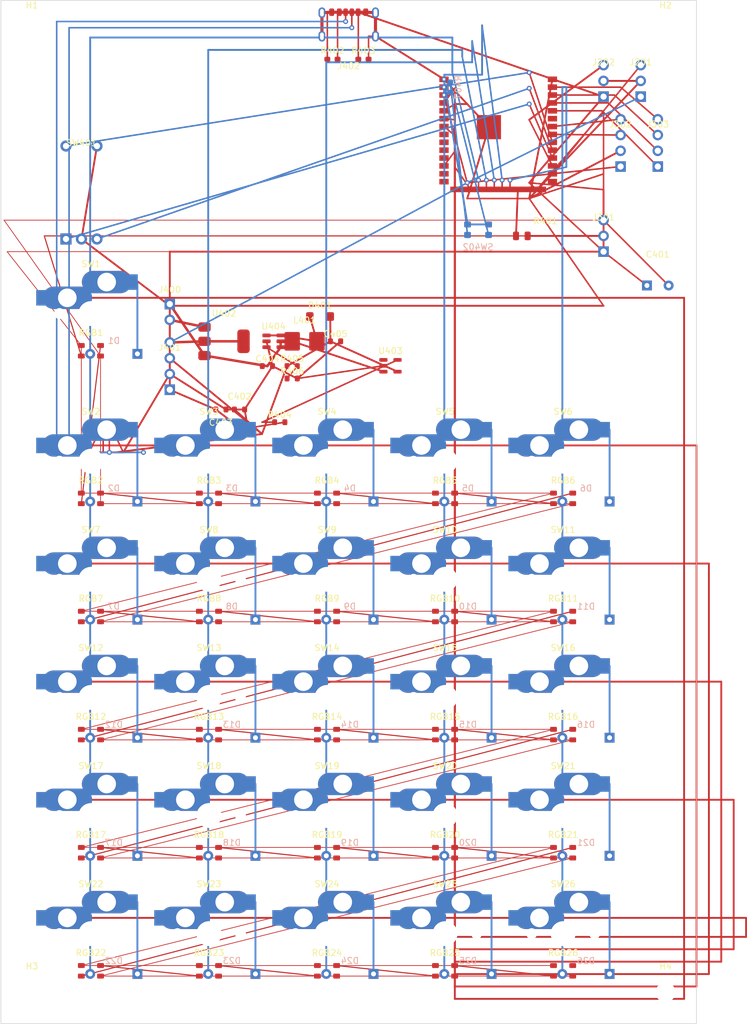
<source format=kicad_pcb>
(kicad_pcb (version 20241229) (generator "pcbnew") (generator_version "9.0")
  (layers (0 "F.Cu" signal) (2 "B.Cu" signal) (13 "F.Paste" user) (15 "B.Paste" user) (5 "F.SilkS" user "F.Silkscreen") (7 "B.SilkS" user "B.Silkscreen") (1 "F.Mask" user) (3 "B.Mask" user) (25 "Edge.Cuts" user))
  (net 0 "")
  (net 1 "ROW0")
  (net 2 "ROW1")
  (net 3 "ROW2")
  (net 4 "ROW3")
  (net 5 "ROW4")
  (net 6 "ROW5")
  (net 7 "COL0")
  (net 8 "COL1")
  (net 9 "COL2")
  (net 10 "COL3")
  (net 11 "COL4")
  (net 12 "RGB_DATA")
  (net 13 "LED_DIN")
  (net 14 "IR_TX")
  (net 15 "IR_RX")
  (net 16 "LCD_MOSI")
  (net 17 "LCD_SCLK")
  (net 18 "ENC_A")
  (net 19 "ENC_B")
  (net 20 "ENC_SW")
  (net 21 "3V3")
  (net 22 "5V")
  (net 23 "GND")
  (net 24 "K1")
  (net 25 "K2")
  (net 26 "K3")
  (net 27 "K4")
  (net 28 "K5")
  (net 29 "K6")
  (net 30 "K7")
  (net 31 "K8")
  (net 32 "K9")
  (net 33 "K10")
  (net 34 "K11")
  (net 35 "K12")
  (net 36 "K13")
  (net 37 "K14")
  (net 38 "K15")
  (net 39 "K16")
  (net 40 "K17")
  (net 41 "K18")
  (net 42 "K19")
  (net 43 "K20")
  (net 44 "K21")
  (net 45 "K22")
  (net 46 "K23")
  (net 47 "K24")
  (net 48 "K25")
  (net 49 "K26")
  (net 50 "BAT+")
  (net 51 "USB_CC1")
  (net 52 "USB_CC2")
  (net 53 "CHG_PROG")
  (net 54 "BOOST_SW")
  (net 55 "BOOST_FB")
  (net 56 "EN")
  (net 57 "HALL_OUT")
  (net 58 "RGB1_DOUT")
  (net 59 "RGB2_DOUT")
  (net 60 "RGB3_DOUT")
  (net 61 "RGB4_DOUT")
  (net 62 "RGB5_DOUT")
  (net 63 "RGB6_DOUT")
  (net 64 "RGB7_DOUT")
  (net 65 "RGB8_DOUT")
  (net 66 "RGB9_DOUT")
  (net 67 "RGB10_DOUT")
  (net 68 "RGB11_DOUT")
  (net 69 "RGB12_DOUT")
  (net 70 "RGB13_DOUT")
  (net 71 "RGB14_DOUT")
  (net 72 "RGB15_DOUT")
  (net 73 "RGB16_DOUT")
  (net 74 "RGB17_DOUT")
  (net 75 "RGB18_DOUT")
  (net 76 "RGB19_DOUT")
  (net 77 "RGB20_DOUT")
  (net 78 "RGB21_DOUT")
  (net 79 "RGB22_DOUT")
  (net 80 "RGB23_DOUT")
  (net 81 "RGB24_DOUT")
  (net 82 "RGB25_DOUT")
  (net 83 "RGB26_DOUT")
  (net 84 "LCD_CS")
  (net 85 "LCD_DC")
  (net 86 "LCD_RST")
  (net 87 "LCD_BL")
  (footprint "RGB_PLACEHOLDER_3535" (layer "F.Cu") (at 9.525 15.525)
    (property "Reference" "RGB1")
    (property "Value" "SK6812MINI")
  )
  (footprint "GEN_PinHeader_1x3_P2.54" (layer "F.Cu") (at 92.25 -28)
    (property "Reference" "J202")
    (property "Value" "IR333-A_C264290")
  )
  (footprint "Kailh_Hotswap_MX_1U_Custom" (layer "F.Cu") (at 85.725 109.538)
    (property "Reference" "SW26")
    (property "Value" "SW_Push")
  )
  (footprint "Kailh_Hotswap_MX_1U_Custom" (layer "F.Cu") (at 47.625 71.438)
    (property "Reference" "SW14")
    (property "Value" "SW_Push")
  )
  (footprint "GEN_CP_Radial_D8_P3.5" (layer "F.Cu") (at 99.25 5)
    (property "Reference" "C401")
    (property "Value" "470uF")
  )
  (footprint "RGB_PLACEHOLDER_3535" (layer "F.Cu") (at 9.525 39.337)
    (property "Reference" "RGB2")
    (property "Value" "SK6812MINI")
  )
  (footprint "RGB_PLACEHOLDER_3535" (layer "F.Cu") (at 85.725 115.538)
    (property "Reference" "RGB26")
    (property "Value" "SK6812MINI")
  )
  (footprint "GEN_MountingHole_3.2mm_M3" (layer "F.Cu") (at 102.25 119)
    (property "Reference" "H4")
    (property "Value" "MountingHole")
  )
  (footprint "RGB_PLACEHOLDER_3535" (layer "F.Cu") (at 9.525 58.388)
    (property "Reference" "RGB7")
    (property "Value" "SK6812MINI")
  )
  (footprint "RGB_PLACEHOLDER_3535" (layer "F.Cu") (at 9.525 115.538)
    (property "Reference" "RGB22")
    (property "Value" "SK6812MINI")
  )
  (footprint "C_0603_1608Metric_LOCAL" (layer "F.Cu") (at 33.5 25)
    (property "Reference" "C402")
    (property "Value" "1uF")
  )
  (footprint "Kailh_Hotswap_MX_1U_Custom" (layer "F.Cu") (at 66.675 52.388)
    (property "Reference" "SW10")
    (property "Value" "SW_Push")
  )
  (footprint "Kailh_Hotswap_MX_1U_Custom" (layer "F.Cu") (at 28.575 109.538)
    (property "Reference" "SW23")
    (property "Value" "SW_Push")
  )
  (footprint "RGB_PLACEHOLDER_3535" (layer "F.Cu") (at 85.725 96.487)
    (property "Reference" "RGB21")
    (property "Value" "SK6812MINI")
  )
  (footprint "RGB_PLACEHOLDER_3535" (layer "F.Cu") (at 66.675 77.438)
    (property "Reference" "RGB15")
    (property "Value" "SK6812MINI")
  )
  (footprint "SOT-23-5_LOCAL" (layer "F.Cu") (at 57.8625 17.95)
    (property "Reference" "U403")
    (property "Value" "MCP73831")
  )
  (footprint "Kailh_Hotswap_MX_1U_Custom" (layer "F.Cu") (at 85.725 90.487)
    (property "Reference" "SW21")
    (property "Value" "SW_Push")
  )
  (footprint "GEN_PinHeader_1x4_P2.54" (layer "F.Cu") (at 101 -18)
    (property "Reference" "J303")
    (property "Value" "LCD_SPI_CTRL")
  )
  (footprint "C_0603_1608Metric_LOCAL" (layer "F.Cu") (at 38 18)
    (property "Reference" "C404")
    (property "Value" "10uF")
  )
  (footprint "Kailh_Hotswap_MX_1U_Custom" (layer "F.Cu") (at 85.725 71.438)
    (property "Reference" "SW16")
    (property "Value" "SW_Push")
  )
  (footprint "RGB_PLACEHOLDER_3535" (layer "F.Cu") (at 28.575 115.538)
    (property "Reference" "RGB23")
    (property "Value" "SK6812MINI")
  )
  (footprint "GEN_PinHeader_1x3_P2.54" (layer "F.Cu") (at 92.25 -3)
    (property "Reference" "J301")
    (property "Value" "LED_CHAIN")
  )
  (footprint "RGB_PLACEHOLDER_3535" (layer "F.Cu") (at 85.725 77.438)
    (property "Reference" "RGB16")
    (property "Value" "SK6812MINI")
  )
  (footprint "R_0603_1608Metric_LOCAL" (layer "F.Cu") (at 40 27.05)
    (property "Reference" "R404")
    (property "Value" "2k")
  )
  (footprint "RGB_PLACEHOLDER_3535" (layer "F.Cu") (at 28.575 58.388)
    (property "Reference" "RGB8")
    (property "Value" "SK6812MINI")
  )
  (footprint "GEN_MountingHole_3.2mm_M3" (layer "F.Cu") (at 102.25 -36)
    (property "Reference" "H2")
    (property "Value" "MountingHole")
  )
  (footprint "SOT-23-6_LOCAL" (layer "F.Cu") (at 39 14)
    (property "Reference" "U404")
    (property "Value" "MT3608")
  )
  (footprint "Kailh_Hotswap_MX_1U_Custom" (layer "F.Cu") (at 85.725 52.388)
    (property "Reference" "SW11")
    (property "Value" "SW_Push")
  )
  (footprint "GEN_PinHeader_1x2_P2.54" (layer "F.Cu") (at 22.25 8)
    (property "Reference" "J400")
    (property "Value" "BATTERY_LIPO")
  )
  (footprint "RGB_PLACEHOLDER_3535" (layer "F.Cu") (at 47.625 77.438)
    (property "Reference" "RGB14")
    (property "Value" "SK6812MINI")
  )
  (footprint "C_0603_1608Metric_LOCAL" (layer "F.Cu") (at 49 14)
    (property "Reference" "C405")
    (property "Value" "10uF")
  )
  (footprint "Kailh_Hotswap_MX_1U_Custom" (layer "F.Cu") (at 66.675 33.337)
    (property "Reference" "SW5")
    (property "Value" "SW_Push")
  )
  (footprint "Kailh_Hotswap_MX_1U_Custom" (layer "F.Cu") (at 47.625 109.538)
    (property "Reference" "SW24")
    (property "Value" "SW_Push")
  )
  (footprint "L_Boost_5x5_LOCAL" (layer "F.Cu") (at 44 14)
    (property "Reference" "L401")
    (property "Value" "4.7uH")
  )
  (footprint "RGB_PLACEHOLDER_3535" (layer "F.Cu") (at 47.625 58.388)
    (property "Reference" "RGB9")
    (property "Value" "SK6812MINI")
  )
  (footprint "R_0805_2012Metric_LOCAL" (layer "F.Cu") (at 79.06 -3)
    (property "Reference" "R401")
    (property "Value" "330R")
  )
  (footprint "RGB_PLACEHOLDER_3535" (layer "F.Cu") (at 28.575 96.487)
    (property "Reference" "RGB18")
    (property "Value" "SK6812MINI")
  )
  (footprint "RGB_PLACEHOLDER_3535" (layer "F.Cu") (at 85.725 39.337)
    (property "Reference" "RGB6")
    (property "Value" "SK6812MINI")
  )
  (footprint "R_0603_1608Metric_LOCAL" (layer "F.Cu") (at 53.5 -31.5 0)
    (property "Reference" "R403")
    (property "Value" "5.1k")
  )
  (footprint "C_0603_1608Metric_LOCAL" (layer "F.Cu") (at 30.5 25)
    (property "Reference" "C403")
    (property "Value" "4.7uF")
  )
  (footprint "RGB_PLACEHOLDER_3535" (layer "F.Cu") (at 28.575 77.438)
    (property "Reference" "RGB13")
    (property "Value" "SK6812MINI")
  )
  (footprint "RGB_PLACEHOLDER_3535" (layer "F.Cu") (at 85.725 58.388)
    (property "Reference" "RGB11")
    (property "Value" "SK6812MINI")
  )
  (footprint "Kailh_Hotswap_MX_1U_Custom" (layer "F.Cu") (at 47.625 90.487)
    (property "Reference" "SW19")
    (property "Value" "SW_Push")
  )
  (footprint "Kailh_Hotswap_MX_1U_Custom" (layer "F.Cu") (at 66.675 109.538)
    (property "Reference" "SW25")
    (property "Value" "SW_Push")
  )
  (footprint "Kailh_Hotswap_MX_1U_Custom" (layer "F.Cu") (at 9.525 52.388)
    (property "Reference" "SW7")
    (property "Value" "SW_Push")
  )
  (footprint "GEN_MountingHole_3.2mm_M3" (layer "F.Cu") (at 0 119)
    (property "Reference" "H3")
    (property "Value" "MountingHole")
  )
  (footprint "RGB_PLACEHOLDER_3535" (layer "F.Cu") (at 66.675 115.538)
    (property "Reference" "RGB25")
    (property "Value" "SK6812MINI")
  )
  (footprint "R_0603_1608Metric_LOCAL" (layer "F.Cu") (at 42 20)
    (property "Reference" "R406")
    (property "Value" "22k")
  )
  (footprint "Kailh_Hotswap_MX_1U_Custom" (layer "F.Cu") (at 9.525 109.538)
    (property "Reference" "SW22")
    (property "Value" "SW_Push")
  )
  (footprint "Kailh_Hotswap_MX_1U_Custom" (layer "F.Cu") (at 9.525 9.525)
    (property "Reference" "SW1")
    (property "Value" "SW_Push")
  )
  (footprint "GEN_MountingHole_3.2mm_M3" (layer "F.Cu") (at 0 -36)
    (property "Reference" "H1")
    (property "Value" "MountingHole")
  )
  (footprint "Kailh_Hotswap_MX_1U_Custom" (layer "F.Cu") (at 66.675 71.438)
    (property "Reference" "SW15")
    (property "Value" "SW_Push")
  )
  (footprint "USB_C_Receptacle_GCT_USB4125_6P_LOCAL" (layer "F.Cu") (at 51.125 -36)
    (property "Reference" "J402")
    (property "Value" "USB_C_CHG_IN")
  )
  (footprint "GEN_PinHeader_1x4_P2.54" (layer "F.Cu") (at 95 -18)
    (property "Reference" "J302")
    (property "Value" "LCD_SPI_PWRDATA")
  )
  (footprint "Kailh_Hotswap_MX_1U_Custom" (layer "F.Cu") (at 28.575 33.337)
    (property "Reference" "SW3")
    (property "Value" "SW_Push")
  )
  (footprint "Kailh_Hotswap_MX_1U_Custom" (layer "F.Cu") (at 9.525 90.487)
    (property "Reference" "SW17")
    (property "Value" "SW_Push")
  )
  (footprint "RGB_PLACEHOLDER_3535" (layer "F.Cu") (at 28.575 39.337)
    (property "Reference" "RGB3")
    (property "Value" "SK6812MINI")
  )
  (footprint "RGB_PLACEHOLDER_3535" (layer "F.Cu") (at 47.625 39.337)
    (property "Reference" "RGB4")
    (property "Value" "SK6812MINI")
  )
  (footprint "RGB_PLACEHOLDER_3535" (layer "F.Cu") (at 66.675 39.337)
    (property "Reference" "RGB5")
    (property "Value" "SK6812MINI")
  )
  (footprint "GEN_PinHeader_1x3_P2.54" (layer "F.Cu") (at 98.25 -28)
    (property "Reference" "J201")
    (property "Value" "TSOP4838_C124647")
  )
  (footprint "Kailh_Hotswap_MX_1U_Custom" (layer "F.Cu") (at 28.575 90.487)
    (property "Reference" "SW18")
    (property "Value" "SW_Push")
  )
  (footprint "D_SOD123_LOCAL" (layer "F.Cu") (at 46.5 10)
    (property "Reference" "D401")
    (property "Value" "SS14")
  )
  (footprint "SOT-223-3_TabPin2_LOCAL" (layer "F.Cu") (at 31 14)
    (property "Reference" "U402")
    (property "Value" "AMS1117-3.3")
  )
  (footprint "Kailh_Hotswap_MX_1U_Custom" (layer "F.Cu") (at 47.625 52.388)
    (property "Reference" "SW9")
    (property "Value" "SW_Push")
  )
  (footprint "Kailh_Hotswap_MX_1U_Custom" (layer "F.Cu") (at 28.575 52.388)
    (property "Reference" "SW8")
    (property "Value" "SW_Push")
  )
  (footprint "R_0603_1608Metric_LOCAL" (layer "F.Cu") (at 42 18)
    (property "Reference" "R405")
    (property "Value" "100k")
  )
  (footprint "Kailh_Hotswap_MX_1U_Custom" (layer "F.Cu") (at 28.575 71.438)
    (property "Reference" "SW13")
    (property "Value" "SW_Push")
  )
  (footprint "Kailh_Hotswap_MX_1U_Custom" (layer "F.Cu") (at 85.725 33.337)
    (property "Reference" "SW6")
    (property "Value" "SW_Push")
  )
  (footprint "RGB_PLACEHOLDER_3535" (layer "F.Cu") (at 9.525 96.487)
    (property "Reference" "RGB17")
    (property "Value" "SK6812MINI")
  )
  (footprint "RGB_PLACEHOLDER_3535" (layer "F.Cu") (at 47.625 115.538)
    (property "Reference" "RGB24")
    (property "Value" "SK6812MINI")
  )
  (footprint "GEN_PinHeader_1x4_P2.54" (layer "F.Cu") (at 22.25 18)
    (property "Reference" "J401")
    (property "Value" "BAT_CHG_BOOST")
  )
  (footprint "RGB_PLACEHOLDER_3535" (layer "F.Cu") (at 9.525 77.438)
    (property "Reference" "RGB12")
    (property "Value" "SK6812MINI")
  )
  (footprint "RGB_PLACEHOLDER_3535" (layer "F.Cu") (at 66.675 58.388)
    (property "Reference" "RGB10")
    (property "Value" "SK6812MINI")
  )
  (footprint "RGB_PLACEHOLDER_3535" (layer "F.Cu") (at 47.625 96.487)
    (property "Reference" "RGB19")
    (property "Value" "SK6812MINI")
  )
  (footprint "Kailh_Hotswap_MX_1U_Custom" (layer "F.Cu") (at 47.625 33.337)
    (property "Reference" "SW4")
    (property "Value" "SW_Push")
  )
  (footprint "Kailh_Hotswap_MX_1U_Custom" (layer "F.Cu") (at 9.525 71.438)
    (property "Reference" "SW12")
    (property "Value" "SW_Push")
  )
  (footprint "RGB_PLACEHOLDER_3535" (layer "F.Cu") (at 66.675 96.487)
    (property "Reference" "RGB20")
    (property "Value" "SK6812MINI")
  )
  (footprint "GEN_RotaryEncoder_EC11_Switch" (layer "F.Cu") (at 8 -10)
    (property "Reference" "SW401")
    (property "Value" "RotaryEncoder_Switch")
  )
  (footprint "Kailh_Hotswap_MX_1U_Custom" (layer "F.Cu") (at 66.675 90.487)
    (property "Reference" "SW20")
    (property "Value" "SW_Push")
  )
  (footprint "ESP32-S3-WROOM-1_LOCAL" (layer "F.Cu") (at 75.25 -23)
    (property "Reference" "U901")
    (property "Value" "ESP32-S3-WROOM-1-N8R8")
  )
  (footprint "R_0603_1608Metric_LOCAL" (layer "F.Cu") (at 48.5 -31.5 0)
    (property "Reference" "R402")
    (property "Value" "5.1k")
  )
  (footprint "Kailh_Hotswap_MX_1U_Custom" (layer "F.Cu") (at 9.525 33.337)
    (property "Reference" "SW2")
    (property "Value" "SW_Push")
  )
  (footprint "D_DO35_Custom" (layer "B.Cu") (at 36.075 77.938 180)
    (property "Reference" "D13")
    (property "Value" "D")
  )
  (footprint "D_DO35_Custom" (layer "B.Cu") (at 55.125 77.938 180)
    (property "Reference" "D14")
    (property "Value" "D")
  )
  (footprint "D_DO35_Custom" (layer "B.Cu") (at 93.225 77.938 180)
    (property "Reference" "D16")
    (property "Value" "D")
  )
  (footprint "D_DO35_Custom" (layer "B.Cu") (at 55.125 58.888 180)
    (property "Reference" "D9")
    (property "Value" "D")
  )
  (footprint "D_DO35_Custom" (layer "B.Cu") (at 17.025 16.025 180)
    (property "Reference" "D1")
    (property "Value" "D")
  )
  (footprint "D_DO35_Custom" (layer "B.Cu") (at 74.175 58.888 180)
    (property "Reference" "D10")
    (property "Value" "D")
  )
  (footprint "D_DO35_Custom" (layer "B.Cu") (at 74.175 39.837 180)
    (property "Reference" "D5")
    (property "Value" "D")
  )
  (footprint "SW_TACT_3x6_4P_LOCAL" (layer "B.Cu") (at 72 -4)
    (property "Reference" "SW402")
    (property "Value" "SW_Push")
  )
  (footprint "D_DO35_Custom" (layer "B.Cu") (at 55.125 39.837 180)
    (property "Reference" "D4")
    (property "Value" "D")
  )
  (footprint "D_DO35_Custom" (layer "B.Cu") (at 93.225 39.837 180)
    (property "Reference" "D6")
    (property "Value" "D")
  )
  (footprint "D_DO35_Custom" (layer "B.Cu") (at 17.025 39.837 180)
    (property "Reference" "D2")
    (property "Value" "D")
  )
  (footprint "D_DO35_Custom" (layer "B.Cu") (at 36.075 116.038 180)
    (property "Reference" "D23")
    (property "Value" "D")
  )
  (footprint "D_DO35_Custom" (layer "B.Cu") (at 36.075 39.837 180)
    (property "Reference" "D3")
    (property "Value" "D")
  )
  (footprint "D_DO35_Custom" (layer "B.Cu") (at 55.125 96.987 180)
    (property "Reference" "D19")
    (property "Value" "D")
  )
  (footprint "D_DO35_Custom" (layer "B.Cu") (at 55.125 116.038 180)
    (property "Reference" "D24")
    (property "Value" "D")
  )
  (footprint "D_DO35_Custom" (layer "B.Cu") (at 74.175 77.938 180)
    (property "Reference" "D15")
    (property "Value" "D")
  )
  (footprint "R_0603_1608Metric_LOCAL" (layer "B.Cu") (at 67.5 -27 90)
    (property "Reference" "R407")
    (property "Value" "10k")
  )
  (footprint "D_DO35_Custom" (layer "B.Cu") (at 74.175 116.038 180)
    (property "Reference" "D25")
    (property "Value" "D")
  )
  (footprint "D_DO35_Custom" (layer "B.Cu") (at 36.075 96.987 180)
    (property "Reference" "D18")
    (property "Value" "D")
  )
  (footprint "D_DO35_Custom" (layer "B.Cu") (at 17.025 77.938 180)
    (property "Reference" "D12")
    (property "Value" "D")
  )
  (footprint "D_DO35_Custom" (layer "B.Cu") (at 36.075 58.888 180)
    (property "Reference" "D8")
    (property "Value" "D")
  )
  (footprint "D_DO35_Custom" (layer "B.Cu") (at 93.225 96.987 180)
    (property "Reference" "D21")
    (property "Value" "D")
  )
  (footprint "D_DO35_Custom" (layer "B.Cu") (at 93.225 116.038 180)
    (property "Reference" "D26")
    (property "Value" "D")
  )
  (footprint "D_DO35_Custom" (layer "B.Cu") (at 93.225 58.888 180)
    (property "Reference" "D11")
    (property "Value" "D")
  )
  (footprint "D_DO35_Custom" (layer "B.Cu") (at 17.025 58.888 180)
    (property "Reference" "D7")
    (property "Value" "D")
  )
  (footprint "D_DO35_Custom" (layer "B.Cu") (at 17.025 116.038 180)
    (property "Reference" "D22")
    (property "Value" "D")
  )
  (footprint "D_DO35_Custom" (layer "B.Cu") (at 17.025 96.987 180)
    (property "Reference" "D17")
    (property "Value" "D")
  )
  (footprint "D_DO35_Custom" (layer "B.Cu") (at 74.175 96.987 180)
    (property "Reference" "D20")
    (property "Value" "D")
  )
  (gr_rect (start -5 -41) (end 107.25 124.063) (stroke (width 0.1)) (fill no) (layer "Edge.Cuts"))
  (segment (start 105.25 6.985) (end 105.25 120.063) (width 0.3) (layer "F.Cu") (net 1))
  (segment (start 66.5 -24.45) (end 68.25 -26.81) (width 0.25) (layer "F.Cu") (net 1))
  (segment (start 105.25 120.063) (end 68.25 120.063) (width 0.3) (layer "F.Cu") (net 1))
  (segment (start 68.25 120.063) (end 68.25 -26.81) (width 0.3) (layer "F.Cu") (net 1))
  (segment (start 5.715 6.985) (end 105.25 6.985) (width 0.3) (layer "F.Cu") (net 1))
  (segment (start 5.715 30.797) (end 24.765 30.797) (width 0.3) (layer "F.Cu") (net 2))
  (segment (start 81.915 30.797) (end 107.25 30.797) (width 0.3) (layer "F.Cu") (net 2))
  (segment (start 66.5 -23.18) (end 68.25 -24.27) (width 0.25) (layer "F.Cu") (net 2))
  (segment (start 24.765 30.797) (end 43.815 30.797) (width 0.3) (layer "F.Cu") (net 2))
  (segment (start 68.25 118.063) (end 68.25 -24.27) (width 0.3) (layer "F.Cu") (net 2))
  (segment (start 107.25 30.797) (end 107.25 118.063) (width 0.3) (layer "F.Cu") (net 2))
  (segment (start 107.25 118.063) (end 68.25 118.063) (width 0.3) (layer "F.Cu") (net 2))
  (segment (start 62.865 30.797) (end 81.915 30.797) (width 0.3) (layer "F.Cu") (net 2))
  (segment (start 43.815 30.797) (end 62.865 30.797) (width 0.3) (layer "F.Cu") (net 2))
  (segment (start 68.25 -24.27) (end 70.25 -24.27) (width 0.3) (layer "F.Cu") (net 2))
  (segment (start 62.865 49.848) (end 81.915 49.848) (width 0.3) (layer "F.Cu") (net 3))
  (segment (start 109.25 116.063) (end 68.25 116.063) (width 0.3) (layer "F.Cu") (net 3))
  (segment (start 66.5 -21.91) (end 68.25 -21.73) (width 0.25) (layer "F.Cu") (net 3))
  (segment (start 81.915 49.848) (end 109.25 49.848) (width 0.3) (layer "F.Cu") (net 3))
  (segment (start 68.25 116.063) (end 68.25 -21.73) (width 0.3) (layer "F.Cu") (net 3))
  (segment (start 24.765 49.848) (end 43.815 49.848) (width 0.3) (layer "F.Cu") (net 3))
  (segment (start 109.25 49.848) (end 109.25 116.063) (width 0.3) (layer "F.Cu") (net 3))
  (segment (start 5.715 49.848) (end 24.765 49.848) (width 0.3) (layer "F.Cu") (net 3))
  (segment (start 43.815 49.848) (end 62.865 49.848) (width 0.3) (layer "F.Cu") (net 3))
  (segment (start 66.5 -20.64) (end 68.25 -19.19) (width 0.25) (layer "F.Cu") (net 4))
  (segment (start 111.25 114.063) (end 68.25 114.063) (width 0.3) (layer "F.Cu") (net 4))
  (segment (start 62.865 68.897) (end 81.915 68.897) (width 0.3) (layer "F.Cu") (net 4))
  (segment (start 5.715 68.897) (end 24.765 68.897) (width 0.3) (layer "F.Cu") (net 4))
  (segment (start 81.915 68.897) (end 111.25 68.897) (width 0.3) (layer "F.Cu") (net 4))
  (segment (start 43.815 68.897) (end 62.865 68.897) (width 0.3) (layer "F.Cu") (net 4))
  (segment (start 68.25 114.063) (end 68.25 -19.19) (width 0.3) (layer "F.Cu") (net 4))
  (segment (start 24.765 68.897) (end 43.815 68.897) (width 0.3) (layer "F.Cu") (net 4))
  (segment (start 111.25 68.897) (end 111.25 114.063) (width 0.3) (layer "F.Cu") (net 4))
  (segment (start 113.25 112.063) (end 68.25 112.063) (width 0.3) (layer "F.Cu") (net 5))
  (segment (start 24.765 87.947) (end 43.815 87.947) (width 0.3) (layer "F.Cu") (net 5))
  (segment (start 66.5 -14.29) (end 68.25 -16.65) (width 0.25) (layer "F.Cu") (net 5))
  (segment (start 113.25 87.947) (end 113.25 112.063) (width 0.3) (layer "F.Cu") (net 5))
  (segment (start 81.915 87.947) (end 113.25 87.947) (width 0.3) (layer "F.Cu") (net 5))
  (segment (start 62.865 87.947) (end 81.915 87.947) (width 0.3) (layer "F.Cu") (net 5))
  (segment (start 68.25 112.063) (end 68.25 -16.65) (width 0.3) (layer "F.Cu") (net 5))
  (segment (start 5.715 87.947) (end 24.765 87.947) (width 0.3) (layer "F.Cu") (net 5))
  (segment (start 43.815 87.947) (end 62.865 87.947) (width 0.3) (layer "F.Cu") (net 5))
  (segment (start 115.25 110.063) (end 68.25 110.063) (width 0.3) (layer "F.Cu") (net 6))
  (segment (start 70.805 -10.5) (end 68.25 -14.11) (width 0.25) (layer "F.Cu") (net 6))
  (segment (start 68.25 110.063) (end 68.25 -14.11) (width 0.3) (layer "F.Cu") (net 6))
  (segment (start 115.25 106.998) (end 115.25 110.063) (width 0.3) (layer "F.Cu") (net 6))
  (segment (start 24.765 106.998) (end 43.815 106.998) (width 0.3) (layer "F.Cu") (net 6))
  (segment (start 62.865 106.998) (end 81.915 106.998) (width 0.3) (layer "F.Cu") (net 6))
  (segment (start 81.915 106.998) (end 115.25 106.998) (width 0.3) (layer "F.Cu") (net 6))
  (segment (start 43.815 106.998) (end 62.865 106.998) (width 0.3) (layer "F.Cu") (net 6))
  (segment (start 5.715 106.998) (end 24.765 106.998) (width 0.3) (layer "F.Cu") (net 6))
  (segment (start 72.075 -10.5) (end 72.075 -12) (width 0.25) (layer "F.Cu") (net 7))
  (via (at 72.075 -12) (size 0.8) (drill 0.4) (layers "F.Cu" "B.Cu") (net 7))
  (segment (start 9.405 -35) (end 67.85 -35) (width 0.3) (layer "B.Cu") (net 7))
  (segment (start 9.405 16.025) (end 9.405 -35) (width 0.3) (layer "B.Cu") (net 7))
  (segment (start 9.405 96.987) (end 9.405 116.038) (width 0.3) (layer "B.Cu") (net 7))
  (segment (start 9.405 16.025) (end 9.405 39.837) (width 0.3) (layer "B.Cu") (net 7))
  (segment (start 9.405 39.837) (end 9.405 58.888) (width 0.3) (layer "B.Cu") (net 7))
  (segment (start 72.075 -12) (end 67.85 -29.35) (width 0.25) (layer "B.Cu") (net 7))
  (segment (start 67.85 -35) (end 67.85 -29.35) (width 0.3) (layer "B.Cu") (net 7))
  (segment (start 9.405 58.888) (end 9.405 77.938) (width 0.3) (layer "B.Cu") (net 7))
  (segment (start 9.405 77.938) (end 9.405 96.987) (width 0.3) (layer "B.Cu") (net 7))
  (segment (start 73.345 -10.5) (end 73.345 -12) (width 0.25) (layer "F.Cu") (net 8))
  (via (at 73.345 -12) (size 0.8) (drill 0.4) (layers "F.Cu" "B.Cu") (net 8))
  (segment (start 28.455 96.987) (end 28.455 116.038) (width 0.3) (layer "B.Cu") (net 8))
  (segment (start 73.345 -12) (end 69.45 -31.89) (width 0.25) (layer "B.Cu") (net 8))
  (segment (start 69.45 -33) (end 69.45 -31.89) (width 0.3) (layer "B.Cu") (net 8))
  (segment (start 28.455 77.938) (end 28.455 96.987) (width 0.3) (layer "B.Cu") (net 8))
  (segment (start 28.455 39.837) (end 28.455 58.888) (width 0.3) (layer "B.Cu") (net 8))
  (segment (start 28.455 39.837) (end 28.455 -33) (width 0.3) (layer "B.Cu") (net 8))
  (segment (start 28.455 58.888) (end 28.455 77.938) (width 0.3) (layer "B.Cu") (net 8))
  (segment (start 28.455 -33) (end 69.45 -33) (width 0.3) (layer "B.Cu") (net 8))
  (segment (start 74.615 -10.5) (end 74.615 -12) (width 0.25) (layer "F.Cu") (net 9))
  (via (at 74.615 -12) (size 0.8) (drill 0.4) (layers "F.Cu" "B.Cu") (net 9))
  (segment (start 47.505 -31) (end 71.05 -31) (width 0.3) (layer "B.Cu") (net 9))
  (segment (start 47.505 77.938) (end 47.505 96.987) (width 0.3) (layer "B.Cu") (net 9))
  (segment (start 74.615 -12) (end 71.05 -34.43) (width 0.25) (layer "B.Cu") (net 9))
  (segment (start 47.505 39.837) (end 47.505 -31) (width 0.3) (layer "B.Cu") (net 9))
  (segment (start 47.505 58.888) (end 47.505 77.938) (width 0.3) (layer "B.Cu") (net 9))
  (segment (start 47.505 96.987) (end 47.505 116.038) (width 0.3) (layer "B.Cu") (net 9))
  (segment (start 71.05 -31) (end 71.05 -34.43) (width 0.3) (layer "B.Cu") (net 9))
  (segment (start 47.505 39.837) (end 47.505 58.888) (width 0.3) (layer "B.Cu") (net 9))
  (segment (start 75.885 -10.5) (end 75.885 -12) (width 0.25) (layer "F.Cu") (net 10))
  (via (at 75.885 -12) (size 0.8) (drill 0.4) (layers "F.Cu" "B.Cu") (net 10))
  (segment (start 66.555 58.888) (end 66.555 77.938) (width 0.3) (layer "B.Cu") (net 10))
  (segment (start 66.555 39.837) (end 66.555 -29) (width 0.3) (layer "B.Cu") (net 10))
  (segment (start 72.65 -29) (end 72.65 -36.97) (width 0.3) (layer "B.Cu") (net 10))
  (segment (start 75.885 -12) (end 72.65 -36.97) (width 0.25) (layer "B.Cu") (net 10))
  (segment (start 66.555 39.837) (end 66.555 58.888) (width 0.3) (layer "B.Cu") (net 10))
  (segment (start 66.555 -29) (end 72.65 -29) (width 0.3) (layer "B.Cu") (net 10))
  (segment (start 66.555 96.987) (end 66.555 116.038) (width 0.3) (layer "B.Cu") (net 10))
  (segment (start 66.555 77.938) (end 66.555 96.987) (width 0.3) (layer "B.Cu") (net 10))
  (segment (start 77.155 -10.5) (end 77.155 -12) (width 0.25) (layer "F.Cu") (net 11))
  (via (at 77.155 -12) (size 0.8) (drill 0.4) (layers "F.Cu" "B.Cu") (net 11))
  (segment (start 86.25 -27) (end 86.25 -14.11) (width 0.3) (layer "B.Cu") (net 11))
  (segment (start 85.605 58.888) (end 85.605 77.938) (width 0.3) (layer "B.Cu") (net 11))
  (segment (start 85.605 -27) (end 86.25 -27) (width 0.3) (layer "B.Cu") (net 11))
  (segment (start 85.605 39.837) (end 85.605 58.888) (width 0.3) (layer "B.Cu") (net 11))
  (segment (start 77.155 -12) (end 86.25 -14.11) (width 0.25) (layer "B.Cu") (net 11))
  (segment (start 85.605 96.987) (end 85.605 116.038) (width 0.3) (layer "B.Cu") (net 11))
  (segment (start 85.605 39.837) (end 85.605 -27) (width 0.3) (layer "B.Cu") (net 11))
  (segment (start 85.605 77.938) (end 85.605 96.987) (width 0.3) (layer "B.Cu") (net 11))
  (segment (start 78.425 -10.5) (end 78.1225 -3) (width 0.3) (layer "F.Cu") (net 12))
  (segment (start 2 -3) (end 7.975 16.375) (width 0.18) (layer "F.Cu") (net 13))
  (segment (start 79.998 -3) (end 2 -3) (width 0.18) (layer "F.Cu") (net 13))
  (segment (start 79.9975 -3) (end 92.25 -3) (width 0.3) (layer "F.Cu") (net 13))
  (segment (start 84 -14.29) (end 80.25 -21.73) (width 0.25) (layer "F.Cu") (net 14))
  (segment (start 80.25 -21.73) (end 92.25 -30.54) (width 0.3) (layer "F.Cu") (net 14))
  (segment (start 84 -13.02) (end 98.25 -30.54) (width 0.25) (layer "F.Cu") (net 15))
  (segment (start 84 -19.37) (end 95 -19.27) (width 0.25) (layer "F.Cu") (net 16))
  (segment (start 84 -20.64) (end 95 -21.81) (width 0.25) (layer "F.Cu") (net 17))
  (segment (start 84 -15.56) (end 80.25 -24.27) (width 0.25) (layer "F.Cu") (net 18))
  (via (at 80.25 -24.27) (size 0.8) (drill 0.4) (layers "F.Cu" "B.Cu") (net 18))
  (segment (start 80.25 -24.27) (end 5.5 -2.5) (width 0.25) (layer "B.Cu") (net 18))
  (segment (start 84 -16.83) (end 80.25 -26.81) (width 0.25) (layer "F.Cu") (net 19))
  (via (at 80.25 -26.81) (size 0.8) (drill 0.4) (layers "F.Cu" "B.Cu") (net 19))
  (segment (start 80.25 -26.81) (end 10.5 -2.5) (width 0.25) (layer "B.Cu") (net 19))
  (segment (start 84 -18.1) (end 80.25 -29.35) (width 0.25) (layer "F.Cu") (net 20))
  (via (at 80.25 -29.35) (size 0.8) (drill 0.4) (layers "F.Cu" "B.Cu") (net 20))
  (segment (start 80.25 -29.35) (end 5.5 -17.5) (width 0.25) (layer "B.Cu") (net 20))
  (segment (start 66.5 -25.72) (end 70.25 -11.57) (width 0.25) (layer "F.Cu") (net 21))
  (segment (start 27.85 14) (end 22.25 14.19) (width 0.4) (layer "F.Cu") (net 21))
  (segment (start 27.85 14) (end 34.15 14) (width 0.4) (layer "F.Cu") (net 21))
  (segment (start 66.5 -26.99) (end 66.5 -25.72) (width 0.25) (layer "F.Cu") (net 21))
  (segment (start 70.25 -11.57) (end 95 -14.19) (width 0.25) (layer "F.Cu") (net 21))
  (via (at 66.5 -26.99) (size 0.8) (drill 0.4) (layers "F.Cu" "B.Cu") (net 21))
  (via (at 70.25 -11.57) (size 0.8) (drill 0.4) (layers "F.Cu" "B.Cu") (net 21))
  (segment (start 70.25 -11.57) (end 98.25 -25.46) (width 0.25) (layer "B.Cu") (net 21))
  (segment (start 67.5 -27.825) (end 66.5 -26.99) (width 0.25) (layer "B.Cu") (net 21))
  (segment (start 22.25 14.19) (end 70.25 -11.57) (width 0.25) (layer "B.Cu") (net 21))
  (segment (start 66.5 -26.99) (end 67.5 -26.175) (width 0.25) (layer "B.Cu") (net 21))
  (segment (start 46.075 76.588) (end 65.125 76.588) (width 0.12) (layer "F.Cu") (net 22))
  (segment (start 27.025 38.487) (end 46.075 38.487) (width 0.12) (layer "F.Cu") (net 22))
  (segment (start 27.025 76.588) (end 46.075 76.588) (width 0.12) (layer "F.Cu") (net 22))
  (segment (start 37.1375 28.95) (end 32.675 25) (width 0.3) (layer "F.Cu") (net 22))
  (segment (start 27.025 95.637) (end 46.075 95.637) (width 0.12) (layer "F.Cu") (net 22))
  (segment (start 22.25 16.73) (end 22.25 -0.46) (width 0.3) (layer "F.Cu") (net 22))
  (segment (start 84.175 38.487) (end 7.975 57.538) (width 0.12) (layer "F.Cu") (net 22))
  (segment (start 92.25 -25.46) (end 80.25 -11.57) (width 0.3) (layer "F.Cu") (net 22))
  (segment (start 22.25 -0.46) (end 92.25 -0.46) (width 0.3) (layer "F.Cu") (net 22))
  (segment (start 46.075 114.688) (end 65.125 114.688) (width 0.12) (layer "F.Cu") (net 22))
  (segment (start 7.975 14.675) (end 7.975 38.487) (width 0.12) (layer "F.Cu") (net 22))
  (segment (start 65.125 95.637) (end 84.175 95.637) (width 0.12) (layer "F.Cu") (net 22))
  (segment (start 7.975 38.487) (end 27.025 38.487) (width 0.12) (layer "F.Cu") (net 22))
  (segment (start 84.175 76.588) (end 7.975 95.637) (width 0.12) (layer "F.Cu") (net 22))
  (segment (start 7.975 76.588) (end 27.025 76.588) (width 0.12) (layer "F.Cu") (net 22))
  (segment (start 48.15 10) (end 48.175 14) (width 0.3) (layer "F.Cu") (net 22))
  (segment (start 46.075 57.538) (end 65.125 57.538) (width 0.12) (layer "F.Cu") (net 22))
  (segment (start 46.075 38.487) (end 65.125 38.487) (width 0.12) (layer "F.Cu") (net 22))
  (segment (start 92.25 -0.46) (end 92.25 -10.46) (width 0.3) (layer "F.Cu") (net 22))
  (segment (start 52.645 -39.08) (end 92.25 -25.46) (width 0.3) (layer "F.Cu") (net 22))
  (segment (start 65.125 76.588) (end 84.175 76.588) (width 0.12) (layer "F.Cu") (net 22))
  (segment (start 65.125 114.688) (end 84.175 114.688) (width 0.12) (layer "F.Cu") (net 22))
  (segment (start 7.975 95.637) (end 27.025 95.637) (width 0.12) (layer "F.Cu") (net 22))
  (segment (start -4 -0.46) (end 7.975 14.675) (width 0.12) (layer "F.Cu") (net 22))
  (segment (start 84.175 95.637) (end 7.975 114.688) (width 0.12) (layer "F.Cu") (net 22))
  (segment (start 41.175 18) (end 37.1375 28.95) (width 0.3) (layer "F.Cu") (net 22))
  (segment (start 84.175 57.538) (end 7.975 76.588) (width 0.12) (layer "F.Cu") (net 22))
  (segment (start 92.25 -0.46) (end -4 -0.46) (width 0.12) (layer "F.Cu") (net 22))
  (segment (start 48.175 14) (end 41.175 18) (width 0.3) (layer "F.Cu") (net 22))
  (segment (start 52.645 -39.08) (end 49.605 -39.08) (width 0.5) (layer "F.Cu") (net 22))
  (segment (start 92.25 -0.46) (end 99.25 5) (width 0.25) (layer "F.Cu") (net 22))
  (segment (start 65.125 57.538) (end 84.175 57.538) (width 0.12) (layer "F.Cu") (net 22))
  (segment (start 7.975 57.538) (end 27.025 57.538) (width 0.12) (layer "F.Cu") (net 22))
  (segment (start 13.52 31.92) (end 37.1375 28.95) (width 0.3) (layer "F.Cu") (net 22))
  (segment (start 27.025 114.688) (end 46.075 114.688) (width 0.12) (layer "F.Cu") (net 22))
  (segment (start 80.25 -11.57) (end 92.25 -0.46) (width 0.25) (layer "F.Cu") (net 22))
  (segment (start 7.975 114.688) (end 27.025 114.688) (width 0.12) (layer "F.Cu") (net 22))
  (segment (start 65.125 38.487) (end 84.175 38.487) (width 0.12) (layer "F.Cu") (net 22))
  (segment (start 80.25 -11.57) (end 92.25 -10.46) (width 0.25) (layer "F.Cu") (net 22))
  (segment (start 46.075 95.637) (end 65.125 95.637) (width 0.12) (layer "F.Cu") (net 22))
  (segment (start 37.1375 28.95) (end 22.25 16.73) (width 0.3) (layer "F.Cu") (net 22))
  (segment (start 27.025 57.538) (end 46.075 57.538) (width 0.12) (layer "F.Cu") (net 22))
  (segment (start 30.125 78.288) (end 49.175 78.288) (width 0.12) (layer "F.Cu") (net 23))
  (segment (start 34.8625 28) (end 34.325 25) (width 0.3) (layer "F.Cu") (net 23))
  (segment (start 55.445 -39) (end 53.875 -39.08) (width 0.5) (layer "F.Cu") (net 23))
  (segment (start 80.25 -9.03) (end 92.25 -23) (width 0.25) (layer "F.Cu") (net 23))
  (segment (start 70.25 -9.03) (end 80.25 -9.03) (width 0.25) (layer "F.Cu") (net 23))
  (segment (start 66.5 -28.26) (end 55.445 -35.2) (width 0.3) (layer "F.Cu") (net 23))
  (segment (start 48.375 -39.08) (end 46.805 -39) (width 0.5) (layer "F.Cu") (net 23))
  (segment (start 87.275 40.187) (end 11.075 59.238) (width 0.12) (layer "F.Cu") (net 23))
  (segment (start 87.275 97.337) (end 11.075 116.388) (width 0.12) (layer "F.Cu") (net 23))
  (segment (start 55.445 -35.2) (end 55.445 -39) (width 0.5) (layer "F.Cu") (net 23))
  (segment (start 84 -28.26) (end 80.25 -9.03) (width 0.3) (layer "F.Cu") (net 23))
  (segment (start 98.25 -28) (end 92.25 -28) (width 0.3) (layer "F.Cu") (net 23))
  (segment (start 68.225 59.238) (end 87.275 59.238) (width 0.12) (layer "F.Cu") (net 23))
  (segment (start 38.825 18) (end 42.825 20) (width 0.3) (layer "F.Cu") (net 23))
  (segment (start 10.5 -17.5) (end 8 -2.5) (width 0.3) (layer "F.Cu") (net 23))
  (segment (start 92.25 -5.54) (end 102.75 5) (width 0.25) (layer "F.Cu") (net 23))
  (segment (start 98.25 -28) (end 80.25 -9.03) (width 0.3) (layer "F.Cu") (net 23))
  (segment (start 11.075 59.238) (end 30.125 59.238) (width 0.12) (layer "F.Cu") (net 23))
  (segment (start 68.225 97.337) (end 87.275 97.337) (width 0.12) (layer "F.Cu") (net 23))
  (segment (start 34.325 25) (end 31.325 25) (width 0.3) (layer "F.Cu") (net 23))
  (segment (start 11.075 97.337) (end 30.125 97.337) (width 0.12) (layer "F.Cu") (net 23))
  (segment (start -4.5 -5.54) (end 11.075 16.375) (width 0.12) (layer "F.Cu") (net 23))
  (segment (start 11.075 116.388) (end 30.125 116.388) (width 0.12) (layer "F.Cu") (net 23))
  (segment (start 8 -2.5) (end 22.25 8.27) (width 0.3) (layer "F.Cu") (net 23))
  (segment (start 30.125 59.238) (end 49.175 59.238) (width 0.12) (layer "F.Cu") (net 23))
  (segment (start 87.275 59.238) (end 11.075 78.288) (width 0.12) (layer "F.Cu") (net 23))
  (segment (start 11.5 27.175) (end 9.25 31.92) (width 0.25) (layer "F.Cu") (net 23))
  (segment (start 14.75 31.92) (end 22.25 19.27) (width 0.3) (layer "F.Cu") (net 23))
  (segment (start 49.175 78.288) (end 68.225 78.288) (width 0.12) (layer "F.Cu") (net 23))
  (segment (start 68.225 116.388) (end 87.275 116.388) (width 0.12) (layer "F.Cu") (net 23))
  (segment (start 30.125 116.388) (end 49.175 116.388) (width 0.12) (layer "F.Cu") (net 23))
  (segment (start 12.5 27.175) (end 14.75 31.92) (width 0.25) (layer "F.Cu") (net 23))
  (segment (start 22.25 8.27) (end 92.25 8.27) (width 0.3) (layer "F.Cu") (net 23))
  (segment (start 22.25 19.27) (end 22.25 8.27) (width 0.3) (layer "F.Cu") (net 23))
  (segment (start 22.25 10.54) (end 22.25 19.27) (width 0.3) (layer "F.Cu") (net 23))
  (segment (start 49.175 59.238) (end 68.225 59.238) (width 0.12) (layer "F.Cu") (net 23))
  (segment (start 40.825 27.05) (end 34.8625 28) (width 0.25) (layer "F.Cu") (net 23))
  (segment (start 27.85 11.7) (end 22.25 10.54) (width 0.4) (layer "F.Cu") (net 23))
  (segment (start 68.225 40.187) (end 87.275 40.187) (width 0.12) (layer "F.Cu") (net 23))
  (segment (start 30.125 40.187) (end 49.175 40.187) (width 0.12) (layer "F.Cu") (net 23))
  (segment (start 49.175 40.187) (end 68.225 40.187) (width 0.12) (layer "F.Cu") (net 23))
  (segment (start 42.825 20) (end 49.825 14) (width 0.3) (layer "F.Cu") (net 23))
  (segment (start 49.175 116.388) (end 68.225 116.388) (width 0.12) (layer "F.Cu") (net 23))
  (segment (start 11.075 16.375) (end 11.075 40.187) (width 0.12) (layer "F.Cu") (net 23))
  (segment (start 73.75 -20.54) (end 70.25 -9.03) (width 0.3) (layer "F.Cu") (net 23))
  (segment (start 46.805 -39) (end 46.805 -35.2) (width 0.5) (layer "F.Cu") (net 23))
  (segment (start 87.275 78.288) (end 11.075 97.337) (width 0.12) (layer "F.Cu") (net 23))
  (segment (start 38.825 18) (end 37.8625 14) (width 0.3) (layer "F.Cu") (net 23))
  (segment (start 9.25 31.92) (end 14.75 31.92) (width 0.3) (layer "F.Cu") (net 23))
  (segment (start 11.075 40.187) (end 30.125 40.187) (width 0.12) (layer "F.Cu") (net 23))
  (segment (start 92.25 -23) (end 92.25 -5.54) (width 0.25) (layer "F.Cu") (net 23))
  (segment (start 53.875 -39.08) (end 48.375 -39.08) (width 0.5) (layer "F.Cu") (net 23))
  (segment (start 68.225 78.288) (end 87.275 78.288) (width 0.12) (layer "F.Cu") (net 23))
  (segment (start 31.325 25) (end 22.25 19.27) (width 0.3) (layer "F.Cu") (net 23))
  (segment (start 66.5 -28.26) (end 73.75 -20.54) (width 0.3) (layer "F.Cu") (net 23))
  (segment (start 38.825 18) (end 34.325 25) (width 0.3) (layer "F.Cu") (net 23))
  (segment (start 49.175 97.337) (end 68.225 97.337) (width 0.12) (layer "F.Cu") (net 23))
  (segment (start 80.25 -9.03) (end 92.25 8.27) (width 0.25) (layer "F.Cu") (net 23))
  (segment (start 7.68 32) (end 9.25 31.92) (width 0.3) (layer "F.Cu") (net 23))
  (segment (start 30.125 97.337) (end 49.175 97.337) (width 0.12) (layer "F.Cu") (net 23))
  (segment (start 92.25 -5.54) (end -4.5 -5.54) (width 0.12) (layer "F.Cu") (net 23))
  (segment (start 80.25 -9.03) (end 95 -16.73) (width 0.3) (layer "F.Cu") (net 23))
  (segment (start 11.075 78.288) (end 30.125 78.288) (width 0.12) (layer "F.Cu") (net 23))
  (segment (start 80.25 -9.03) (end 92.25 -13) (width 0.25) (layer "F.Cu") (net 23))
  (via (at 66.5 -28.26) (size 0.8) (drill 0.4) (layers "F.Cu" "B.Cu") (net 23))
  (segment (start 70.3 -4.85) (end 66.5 -28.26) (width 0.3) (layer "B.Cu") (net 23))
  (segment (start 70.3 -4.85) (end 73.7 -4.85) (width 0.3) (layer "B.Cu") (net 23))
  (segment (start 17.025 4.445) (end 17.025 16.025) (width 0.3) (layer "B.Cu") (net 24))
  (segment (start 12.065 4.445) (end 17.025 4.445) (width 0.3) (layer "B.Cu") (net 24))
  (segment (start 12.065 28.258) (end 17.025 28.258) (width 0.3) (layer "B.Cu") (net 25))
  (segment (start 17.025 28.258) (end 17.025 39.837) (width 0.3) (layer "B.Cu") (net 25))
  (segment (start 36.075 28.258) (end 36.075 39.837) (width 0.3) (layer "B.Cu") (net 26))
  (segment (start 31.115 28.258) (end 36.075 28.258) (width 0.3) (layer "B.Cu") (net 26))
  (segment (start 50.165 28.258) (end 55.125 28.258) (width 0.3) (layer "B.Cu") (net 27))
  (segment (start 55.125 28.258) (end 55.125 39.837) (width 0.3) (layer "B.Cu") (net 27))
  (segment (start 74.175 28.258) (end 74.175 39.837) (width 0.3) (layer "B.Cu") (net 28))
  (segment (start 69.215 28.258) (end 74.175 28.258) (width 0.3) (layer "B.Cu") (net 28))
  (segment (start 93.225 28.258) (end 93.225 39.837) (width 0.3) (layer "B.Cu") (net 29))
  (segment (start 88.265 28.258) (end 93.225 28.258) (width 0.3) (layer "B.Cu") (net 29))
  (segment (start 12.065 47.308) (end 17.025 47.308) (width 0.3) (layer "B.Cu") (net 30))
  (segment (start 17.025 47.308) (end 17.025 58.888) (width 0.3) (layer "B.Cu") (net 30))
  (segment (start 36.075 47.308) (end 36.075 58.888) (width 0.3) (layer "B.Cu") (net 31))
  (segment (start 31.115 47.308) (end 36.075 47.308) (width 0.3) (layer "B.Cu") (net 31))
  (segment (start 55.125 47.308) (end 55.125 58.888) (width 0.3) (layer "B.Cu") (net 32))
  (segment (start 50.165 47.308) (end 55.125 47.308) (width 0.3) (layer "B.Cu") (net 32))
  (segment (start 69.215 47.308) (end 74.175 47.308) (width 0.3) (layer "B.Cu") (net 33))
  (segment (start 74.175 47.308) (end 74.175 58.888) (width 0.3) (layer "B.Cu") (net 33))
  (segment (start 93.225 47.308) (end 93.225 58.888) (width 0.3) (layer "B.Cu") (net 34))
  (segment (start 88.265 47.308) (end 93.225 47.308) (width 0.3) (layer "B.Cu") (net 34))
  (segment (start 17.025 66.358) (end 17.025 77.938) (width 0.3) (layer "B.Cu") (net 35))
  (segment (start 12.065 66.358) (end 17.025 66.358) (width 0.3) (layer "B.Cu") (net 35))
  (segment (start 36.075 66.358) (end 36.075 77.938) (width 0.3) (layer "B.Cu") (net 36))
  (segment (start 31.115 66.358) (end 36.075 66.358) (width 0.3) (layer "B.Cu") (net 36))
  (segment (start 55.125 66.358) (end 55.125 77.938) (width 0.3) (layer "B.Cu") (net 37))
  (segment (start 50.165 66.358) (end 55.125 66.358) (width 0.3) (layer "B.Cu") (net 37))
  (segment (start 74.175 66.358) (end 74.175 77.938) (width 0.3) (layer "B.Cu") (net 38))
  (segment (start 69.215 66.358) (end 74.175 66.358) (width 0.3) (layer "B.Cu") (net 38))
  (segment (start 93.225 66.358) (end 93.225 77.938) (width 0.3) (layer "B.Cu") (net 39))
  (segment (start 88.265 66.358) (end 93.225 66.358) (width 0.3) (layer "B.Cu") (net 39))
  (segment (start 12.065 85.407) (end 17.025 85.407) (width 0.3) (layer "B.Cu") (net 40))
  (segment (start 17.025 85.407) (end 17.025 96.987) (width 0.3) (layer "B.Cu") (net 40))
  (segment (start 31.115 85.407) (end 36.075 85.407) (width 0.3) (layer "B.Cu") (net 41))
  (segment (start 36.075 85.407) (end 36.075 96.987) (width 0.3) (layer "B.Cu") (net 41))
  (segment (start 55.125 85.407) (end 55.125 96.987) (width 0.3) (layer "B.Cu") (net 42))
  (segment (start 50.165 85.407) (end 55.125 85.407) (width 0.3) (layer "B.Cu") (net 42))
  (segment (start 69.215 85.407) (end 74.175 85.407) (width 0.3) (layer "B.Cu") (net 43))
  (segment (start 74.175 85.407) (end 74.175 96.987) (width 0.3) (layer "B.Cu") (net 43))
  (segment (start 88.265 85.407) (end 93.225 85.407) (width 0.3) (layer "B.Cu") (net 44))
  (segment (start 93.225 85.407) (end 93.225 96.987) (width 0.3) (layer "B.Cu") (net 44))
  (segment (start 12.065 104.458) (end 17.025 104.458) (width 0.3) (layer "B.Cu") (net 45))
  (segment (start 17.025 104.458) (end 17.025 116.038) (width 0.3) (layer "B.Cu") (net 45))
  (segment (start 31.115 104.458) (end 36.075 104.458) (width 0.3) (layer "B.Cu") (net 46))
  (segment (start 36.075 104.458) (end 36.075 116.038) (width 0.3) (layer "B.Cu") (net 46))
  (segment (start 50.165 104.458) (end 55.125 104.458) (width 0.3) (layer "B.Cu") (net 47))
  (segment (start 55.125 104.458) (end 55.125 116.038) (width 0.3) (layer "B.Cu") (net 47))
  (segment (start 74.175 104.458) (end 74.175 116.038) (width 0.3) (layer "B.Cu") (net 48))
  (segment (start 69.215 104.458) (end 74.175 104.458) (width 0.3) (layer "B.Cu") (net 48))
  (segment (start 93.225 104.458) (end 93.225 116.038) (width 0.3) (layer "B.Cu") (net 49))
  (segment (start 88.265 104.458) (end 93.225 104.458) (width 0.3) (layer "B.Cu") (net 49))
  (segment (start 22.25 8) (end 27.85 16.3) (width 0.4) (layer "F.Cu") (net 50))
  (segment (start 38 18) (end 40.1375 14.95) (width 0.4) (layer "F.Cu") (net 50))
  (segment (start 40.1375 14.95) (end 40.1375 14) (width 0.4) (layer "F.Cu") (net 50))
  (segment (start 22.25 8) (end 22.25 21.81) (width 0.3) (layer "F.Cu") (net 50))
  (segment (start 40.1375 14) (end 42 14) (width 0.4) (layer "F.Cu") (net 50))
  (segment (start 29.675 25) (end 22.25 21.81) (width 0.3) (layer "F.Cu") (net 50))
  (segment (start 27.85 16.3) (end 38 18) (width 0.4) (layer "F.Cu") (net 50))
  (segment (start 34.8625 28.95) (end 29.675 25) (width 0.3) (layer "F.Cu") (net 50))
  (segment (start 11.5 31.92) (end 11.5 28.825) (width 0.25) (layer "F.Cu") (net 51))
  (segment (start 50.625 -39.08) (end 50.625 -37.58) (width 0.25) (layer "F.Cu") (net 51))
  (segment (start 18 31.92) (end 11.5 31.92) (width 0.25) (layer "F.Cu") (net 51))
  (via (at 18 31.92) (size 0.8) (drill 0.4) (layers "F.Cu" "B.Cu") (net 51))
  (via (at 50.625 -37.58) (size 0.8) (drill 0.4) (layers "F.Cu" "B.Cu") (net 51))
  (segment (start 4 31.92) (end 18 31.92) (width 0.25) (layer "B.Cu") (net 51))
  (segment (start 4 -37.58) (end 4 31.92) (width 0.25) (layer "B.Cu") (net 51))
  (segment (start 50.625 -37.58) (end 4 -37.58) (width 0.25) (layer "B.Cu") (net 51))
  (segment (start 12.5 31.92) (end 12.5 28.825) (width 0.25) (layer "F.Cu") (net 52))
  (segment (start 51.625 -39.08) (end 51.625 -36.58) (width 0.25) (layer "F.Cu") (net 52))
  (via (at 12.5 31.92) (size 0.8) (drill 0.4) (layers "F.Cu" "B.Cu") (net 52))
  (via (at 51.625 -36.58) (size 0.8) (drill 0.4) (layers "F.Cu" "B.Cu") (net 52))
  (segment (start 6 -36.58) (end 6 31.92) (width 0.25) (layer "B.Cu") (net 52))
  (segment (start 6 31.92) (end 12.5 31.92) (width 0.25) (layer "B.Cu") (net 52))
  (segment (start 51.625 -36.58) (end 6 -36.58) (width 0.25) (layer "B.Cu") (net 52))
  (segment (start 37.1375 27.05) (end 39.175 27.05) (width 0.25) (layer "F.Cu") (net 53))
  (segment (start 40.1375 13.05) (end 46 14) (width 0.3) (layer "F.Cu") (net 54))
  (segment (start 37.8625 13.05) (end 40.1375 13.05) (width 0.3) (layer "F.Cu") (net 54))
  (segment (start 46 14) (end 44.85 10) (width 0.3) (layer "F.Cu") (net 54))
  (segment (start 42.825 18) (end 41.175 20) (width 0.25) (layer "F.Cu") (net 55))
  (segment (start 37.8625 14.95) (end 42.825 18) (width 0.25) (layer "F.Cu") (net 55))
  (via (at 66.5 -25.72) (size 0.8) (drill 0.4) (layers "F.Cu" "B.Cu") (net 56))
  (segment (start 67.5 -27.825) (end 70.3 -3.15) (width 0.25) (layer "B.Cu") (net 56))
  (segment (start 66.5 -25.72) (end 67.5 -26.175) (width 0.25) (layer "B.Cu") (net 56))
  (segment (start 67.5 -27.825) (end 73.7 -3.15) (width 0.25) (layer "B.Cu") (net 56))
  (segment (start 66.5 -25.72) (end 67.5 -27.825) (width 0.25) (layer "B.Cu") (net 56))
  (segment (start 11.075 14.675) (end 7.975 40.187) (width 0.18) (layer "F.Cu") (net 58))
  (segment (start 11.075 38.487) (end 27.025 40.187) (width 0.18) (layer "F.Cu") (net 59))
  (segment (start 30.125 38.487) (end 46.075 40.187) (width 0.18) (layer "F.Cu") (net 60))
  (segment (start 49.175 38.487) (end 65.125 40.187) (width 0.18) (layer "F.Cu") (net 61))
  (segment (start 68.225 38.487) (end 84.175 40.187) (width 0.18) (layer "F.Cu") (net 62))
  (segment (start 87.275 38.487) (end 7.975 59.238) (width 0.18) (layer "F.Cu") (net 63))
  (segment (start 11.075 57.538) (end 27.025 59.238) (width 0.18) (layer "F.Cu") (net 64))
  (segment (start 30.125 57.538) (end 46.075 59.238) (width 0.18) (layer "F.Cu") (net 65))
  (segment (start 49.175 57.538) (end 65.125 59.238) (width 0.18) (layer "F.Cu") (net 66))
  (segment (start 68.225 57.538) (end 84.175 59.238) (width 0.18) (layer "F.Cu") (net 67))
  (segment (start 87.275 57.538) (end 7.975 78.288) (width 0.18) (layer "F.Cu") (net 68))
  (segment (start 11.075 76.588) (end 27.025 78.288) (width 0.18) (layer "F.Cu") (net 69))
  (segment (start 30.125 76.588) (end 46.075 78.288) (width 0.18) (layer "F.Cu") (net 70))
  (segment (start 49.175 76.588) (end 65.125 78.288) (width 0.18) (layer "F.Cu") (net 71))
  (segment (start 68.225 76.588) (end 84.175 78.288) (width 0.18) (layer "F.Cu") (net 72))
  (segment (start 87.275 76.588) (end 7.975 97.337) (width 0.18) (layer "F.Cu") (net 73))
  (segment (start 11.075 95.637) (end 27.025 97.337) (width 0.18) (layer "F.Cu") (net 74))
  (segment (start 30.125 95.637) (end 46.075 97.337) (width 0.18) (layer "F.Cu") (net 75))
  (segment (start 49.175 95.637) (end 65.125 97.337) (width 0.18) (layer "F.Cu") (net 76))
  (segment (start 68.225 95.637) (end 84.175 97.337) (width 0.18) (layer "F.Cu") (net 77))
  (segment (start 87.275 95.637) (end 7.975 116.388) (width 0.18) (layer "F.Cu") (net 78))
  (segment (start 11.075 114.688) (end 27.025 116.388) (width 0.18) (layer "F.Cu") (net 79))
  (segment (start 30.125 114.688) (end 46.075 116.388) (width 0.18) (layer "F.Cu") (net 80))
  (segment (start 49.175 114.688) (end 65.125 116.388) (width 0.18) (layer "F.Cu") (net 81))
  (segment (start 68.225 114.688) (end 84.175 116.388) (width 0.18) (layer "F.Cu") (net 82))
  (segment (start 84 -23.18) (end 92 -23.18) (width 0.25) (layer "F.Cu") (net 84))
  (segment (start 92 -23.18) (end 101 -14.19) (width 0.25) (layer "F.Cu") (net 84))
  (segment (start 84 -24.45) (end 93 -24.45) (width 0.25) (layer "F.Cu") (net 85))
  (segment (start 93 -24.45) (end 101 -16.73) (width 0.25) (layer "F.Cu") (net 85))
  (segment (start 94 -25.72) (end 101 -19.27) (width 0.25) (layer "F.Cu") (net 86))
  (segment (start 84 -25.72) (end 94 -25.72) (width 0.25) (layer "F.Cu") (net 86))
  (segment (start 95 -26.99) (end 101 -21.81) (width 0.25) (layer "F.Cu") (net 87))
  (segment (start 84 -26.99) (end 95 -26.99) (width 0.25) (layer "F.Cu") (net 87))
  (segment (start 48.175 14.000) (end 59.000 18.900) (width 0.300) (layer "F.Cu") (net 22))
  (segment (start 56.725 17.950) (end 42.825 20.000) (width 0.250) (layer "F.Cu") (net 23))
  (segment (start 49.325 -31.500) (end 49.325 -39.080) (width 0.250) (layer "F.Cu") (net 23))
  (segment (start 49.325 -39.080) (end 48.375 -39.080) (width 0.250) (layer "F.Cu") (net 23))
  (segment (start 54.325 -31.500) (end 54.325 -35.200) (width 0.250) (layer "F.Cu") (net 23))
  (segment (start 54.325 -35.200) (end 55.445 -35.200) (width 0.250) (layer "F.Cu") (net 23))
  (segment (start 56.725 18.900) (end 42.000 14.000) (width 0.300) (layer "F.Cu") (net 50))
  (segment (start 50.625 -39.080) (end 47.675 -39.080) (width 0.250) (layer "F.Cu") (net 51))
  (segment (start 47.675 -39.080) (end 47.675 -31.500) (width 0.250) (layer "F.Cu") (net 51))
  (segment (start 51.625 -39.080) (end 52.675 -39.080) (width 0.250) (layer "F.Cu") (net 52))
  (segment (start 52.675 -39.080) (end 52.675 -31.500) (width 0.250) (layer "F.Cu") (net 52))
  (segment (start 37.1375 27.050) (end 59.000 17.000) (width 0.250) (layer "F.Cu") (net 53))
)
</source>
